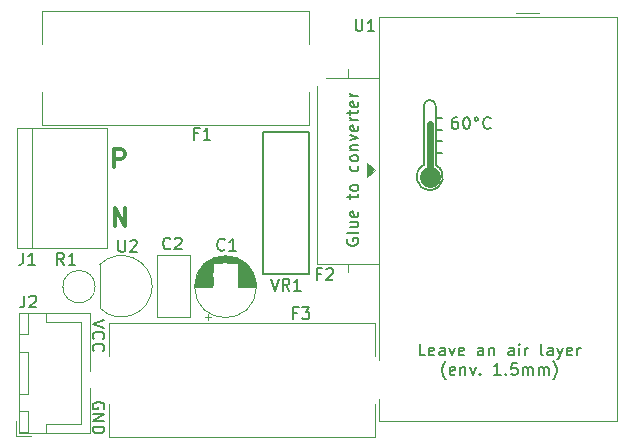
<source format=gto>
%TF.GenerationSoftware,KiCad,Pcbnew,5.1.2-f72e74a~84~ubuntu18.04.1*%
%TF.CreationDate,2019-07-23T18:47:29+02:00*%
%TF.ProjectId,InWall-ACDC,496e5761-6c6c-42d4-9143-44432e6b6963,1.0*%
%TF.SameCoordinates,Original*%
%TF.FileFunction,Legend,Top*%
%TF.FilePolarity,Positive*%
%FSLAX46Y46*%
G04 Gerber Fmt 4.6, Leading zero omitted, Abs format (unit mm)*
G04 Created by KiCad (PCBNEW 5.1.2-f72e74a~84~ubuntu18.04.1) date 2019-07-23 18:47:29*
%MOMM*%
%LPD*%
G04 APERTURE LIST*
%ADD10C,0.150000*%
%ADD11C,0.600000*%
%ADD12C,1.800000*%
%ADD13C,0.300000*%
%ADD14C,0.100000*%
%ADD15C,0.120000*%
%ADD16C,1.400000*%
%ADD17C,3.100000*%
%ADD18C,2.000000*%
%ADD19R,2.000000X2.000000*%
%ADD20C,2.700000*%
%ADD21R,2.400000X2.700000*%
%ADD22R,1.900000X1.450000*%
%ADD23O,1.900000X1.450000*%
%ADD24O,2.000000X2.000000*%
%ADD25O,2.350000X2.100000*%
%ADD26C,2.100000*%
%ADD27C,2.200000*%
%ADD28C,3.400000*%
%ADD29R,3.400000X3.400000*%
G04 APERTURE END LIST*
D10*
X199333333Y-57952380D02*
X199142857Y-57952380D01*
X199047619Y-58000000D01*
X199000000Y-58047619D01*
X198904761Y-58190476D01*
X198857142Y-58380952D01*
X198857142Y-58761904D01*
X198904761Y-58857142D01*
X198952380Y-58904761D01*
X199047619Y-58952380D01*
X199238095Y-58952380D01*
X199333333Y-58904761D01*
X199380952Y-58857142D01*
X199428571Y-58761904D01*
X199428571Y-58523809D01*
X199380952Y-58428571D01*
X199333333Y-58380952D01*
X199238095Y-58333333D01*
X199047619Y-58333333D01*
X198952380Y-58380952D01*
X198904761Y-58428571D01*
X198857142Y-58523809D01*
X200047619Y-57952380D02*
X200142857Y-57952380D01*
X200238095Y-58000000D01*
X200285714Y-58047619D01*
X200333333Y-58142857D01*
X200380952Y-58333333D01*
X200380952Y-58571428D01*
X200333333Y-58761904D01*
X200285714Y-58857142D01*
X200238095Y-58904761D01*
X200142857Y-58952380D01*
X200047619Y-58952380D01*
X199952380Y-58904761D01*
X199904761Y-58857142D01*
X199857142Y-58761904D01*
X199809523Y-58571428D01*
X199809523Y-58333333D01*
X199857142Y-58142857D01*
X199904761Y-58047619D01*
X199952380Y-58000000D01*
X200047619Y-57952380D01*
X200952380Y-57952380D02*
X200857142Y-58000000D01*
X200809523Y-58095238D01*
X200857142Y-58190476D01*
X200952380Y-58238095D01*
X201047619Y-58190476D01*
X201095238Y-58095238D01*
X201047619Y-58000000D01*
X200952380Y-57952380D01*
X202142857Y-58857142D02*
X202095238Y-58904761D01*
X201952380Y-58952380D01*
X201857142Y-58952380D01*
X201714285Y-58904761D01*
X201619047Y-58809523D01*
X201571428Y-58714285D01*
X201523809Y-58523809D01*
X201523809Y-58380952D01*
X201571428Y-58190476D01*
X201619047Y-58095238D01*
X201714285Y-58000000D01*
X201857142Y-57952380D01*
X201952380Y-57952380D01*
X202095238Y-58000000D01*
X202142857Y-58047619D01*
X197500000Y-61000000D02*
X198000000Y-61000000D01*
X197500000Y-60000000D02*
X198000000Y-60000000D01*
X197500000Y-59000000D02*
X198000000Y-59000000D01*
X197500000Y-58000000D02*
X198000000Y-58000000D01*
D11*
X197000000Y-62500000D02*
X197000000Y-58500000D01*
D12*
X197000000Y-63000000D02*
G75*
G03X197000000Y-63000000I0J0D01*
G01*
D10*
X196500000Y-57000000D02*
G75*
G02X197500000Y-57000000I500000J0D01*
G01*
X196500000Y-62000000D02*
X196500000Y-57000000D01*
X197500000Y-62000000D02*
X197500000Y-57000000D01*
X197500000Y-62000000D02*
G75*
G02X196500000Y-62000000I-500000J-1000000D01*
G01*
D13*
X170371428Y-67178571D02*
X170371428Y-65678571D01*
X171228571Y-67178571D01*
X171228571Y-65678571D01*
X170307142Y-62178571D02*
X170307142Y-60678571D01*
X170878571Y-60678571D01*
X171021428Y-60750000D01*
X171092857Y-60821428D01*
X171164285Y-60964285D01*
X171164285Y-61178571D01*
X171092857Y-61321428D01*
X171021428Y-61392857D01*
X170878571Y-61464285D01*
X170307142Y-61464285D01*
D10*
X169400000Y-82638095D02*
X169447619Y-82542857D01*
X169447619Y-82400000D01*
X169400000Y-82257142D01*
X169304761Y-82161904D01*
X169209523Y-82114285D01*
X169019047Y-82066666D01*
X168876190Y-82066666D01*
X168685714Y-82114285D01*
X168590476Y-82161904D01*
X168495238Y-82257142D01*
X168447619Y-82400000D01*
X168447619Y-82495238D01*
X168495238Y-82638095D01*
X168542857Y-82685714D01*
X168876190Y-82685714D01*
X168876190Y-82495238D01*
X168447619Y-83114285D02*
X169447619Y-83114285D01*
X168447619Y-83685714D01*
X169447619Y-83685714D01*
X168447619Y-84161904D02*
X169447619Y-84161904D01*
X169447619Y-84400000D01*
X169400000Y-84542857D01*
X169304761Y-84638095D01*
X169209523Y-84685714D01*
X169019047Y-84733333D01*
X168876190Y-84733333D01*
X168685714Y-84685714D01*
X168590476Y-84638095D01*
X168495238Y-84542857D01*
X168447619Y-84400000D01*
X168447619Y-84161904D01*
X169447619Y-75166666D02*
X168447619Y-75500000D01*
X169447619Y-75833333D01*
X168542857Y-76738095D02*
X168495238Y-76690476D01*
X168447619Y-76547619D01*
X168447619Y-76452380D01*
X168495238Y-76309523D01*
X168590476Y-76214285D01*
X168685714Y-76166666D01*
X168876190Y-76119047D01*
X169019047Y-76119047D01*
X169209523Y-76166666D01*
X169304761Y-76214285D01*
X169400000Y-76309523D01*
X169447619Y-76452380D01*
X169447619Y-76547619D01*
X169400000Y-76690476D01*
X169352380Y-76738095D01*
X168542857Y-77738095D02*
X168495238Y-77690476D01*
X168447619Y-77547619D01*
X168447619Y-77452380D01*
X168495238Y-77309523D01*
X168590476Y-77214285D01*
X168685714Y-77166666D01*
X168876190Y-77119047D01*
X169019047Y-77119047D01*
X169209523Y-77166666D01*
X169304761Y-77214285D01*
X169400000Y-77309523D01*
X169447619Y-77452380D01*
X169447619Y-77547619D01*
X169400000Y-77690476D01*
X169352380Y-77738095D01*
D14*
G36*
X192400000Y-62400000D02*
G01*
X191700000Y-63000000D01*
X191700000Y-61800000D01*
X192400000Y-62400000D01*
G37*
X192400000Y-62400000D02*
X191700000Y-63000000D01*
X191700000Y-61800000D01*
X192400000Y-62400000D01*
D10*
X190000000Y-68257142D02*
X189952380Y-68352380D01*
X189952380Y-68495238D01*
X190000000Y-68638095D01*
X190095238Y-68733333D01*
X190190476Y-68780952D01*
X190380952Y-68828571D01*
X190523809Y-68828571D01*
X190714285Y-68780952D01*
X190809523Y-68733333D01*
X190904761Y-68638095D01*
X190952380Y-68495238D01*
X190952380Y-68400000D01*
X190904761Y-68257142D01*
X190857142Y-68209523D01*
X190523809Y-68209523D01*
X190523809Y-68400000D01*
X190952380Y-67638095D02*
X190904761Y-67733333D01*
X190809523Y-67780952D01*
X189952380Y-67780952D01*
X190285714Y-66828571D02*
X190952380Y-66828571D01*
X190285714Y-67257142D02*
X190809523Y-67257142D01*
X190904761Y-67209523D01*
X190952380Y-67114285D01*
X190952380Y-66971428D01*
X190904761Y-66876190D01*
X190857142Y-66828571D01*
X190904761Y-65971428D02*
X190952380Y-66066666D01*
X190952380Y-66257142D01*
X190904761Y-66352380D01*
X190809523Y-66400000D01*
X190428571Y-66400000D01*
X190333333Y-66352380D01*
X190285714Y-66257142D01*
X190285714Y-66066666D01*
X190333333Y-65971428D01*
X190428571Y-65923809D01*
X190523809Y-65923809D01*
X190619047Y-66400000D01*
X190285714Y-64876190D02*
X190285714Y-64495238D01*
X189952380Y-64733333D02*
X190809523Y-64733333D01*
X190904761Y-64685714D01*
X190952380Y-64590476D01*
X190952380Y-64495238D01*
X190952380Y-64019047D02*
X190904761Y-64114285D01*
X190857142Y-64161904D01*
X190761904Y-64209523D01*
X190476190Y-64209523D01*
X190380952Y-64161904D01*
X190333333Y-64114285D01*
X190285714Y-64019047D01*
X190285714Y-63876190D01*
X190333333Y-63780952D01*
X190380952Y-63733333D01*
X190476190Y-63685714D01*
X190761904Y-63685714D01*
X190857142Y-63733333D01*
X190904761Y-63780952D01*
X190952380Y-63876190D01*
X190952380Y-64019047D01*
X190904761Y-62066666D02*
X190952380Y-62161904D01*
X190952380Y-62352380D01*
X190904761Y-62447619D01*
X190857142Y-62495238D01*
X190761904Y-62542857D01*
X190476190Y-62542857D01*
X190380952Y-62495238D01*
X190333333Y-62447619D01*
X190285714Y-62352380D01*
X190285714Y-62161904D01*
X190333333Y-62066666D01*
X190952380Y-61495238D02*
X190904761Y-61590476D01*
X190857142Y-61638095D01*
X190761904Y-61685714D01*
X190476190Y-61685714D01*
X190380952Y-61638095D01*
X190333333Y-61590476D01*
X190285714Y-61495238D01*
X190285714Y-61352380D01*
X190333333Y-61257142D01*
X190380952Y-61209523D01*
X190476190Y-61161904D01*
X190761904Y-61161904D01*
X190857142Y-61209523D01*
X190904761Y-61257142D01*
X190952380Y-61352380D01*
X190952380Y-61495238D01*
X190285714Y-60733333D02*
X190952380Y-60733333D01*
X190380952Y-60733333D02*
X190333333Y-60685714D01*
X190285714Y-60590476D01*
X190285714Y-60447619D01*
X190333333Y-60352380D01*
X190428571Y-60304761D01*
X190952380Y-60304761D01*
X190285714Y-59923809D02*
X190952380Y-59685714D01*
X190285714Y-59447619D01*
X190904761Y-58685714D02*
X190952380Y-58780952D01*
X190952380Y-58971428D01*
X190904761Y-59066666D01*
X190809523Y-59114285D01*
X190428571Y-59114285D01*
X190333333Y-59066666D01*
X190285714Y-58971428D01*
X190285714Y-58780952D01*
X190333333Y-58685714D01*
X190428571Y-58638095D01*
X190523809Y-58638095D01*
X190619047Y-59114285D01*
X190952380Y-58209523D02*
X190285714Y-58209523D01*
X190476190Y-58209523D02*
X190380952Y-58161904D01*
X190333333Y-58114285D01*
X190285714Y-58019047D01*
X190285714Y-57923809D01*
X190285714Y-57733333D02*
X190285714Y-57352380D01*
X189952380Y-57590476D02*
X190809523Y-57590476D01*
X190904761Y-57542857D01*
X190952380Y-57447619D01*
X190952380Y-57352380D01*
X190904761Y-56638095D02*
X190952380Y-56733333D01*
X190952380Y-56923809D01*
X190904761Y-57019047D01*
X190809523Y-57066666D01*
X190428571Y-57066666D01*
X190333333Y-57019047D01*
X190285714Y-56923809D01*
X190285714Y-56733333D01*
X190333333Y-56638095D01*
X190428571Y-56590476D01*
X190523809Y-56590476D01*
X190619047Y-57066666D01*
X190952380Y-56161904D02*
X190285714Y-56161904D01*
X190476190Y-56161904D02*
X190380952Y-56114285D01*
X190333333Y-56066666D01*
X190285714Y-55971428D01*
X190285714Y-55876190D01*
X196638095Y-78127380D02*
X196161904Y-78127380D01*
X196161904Y-77127380D01*
X197352380Y-78079761D02*
X197257142Y-78127380D01*
X197066666Y-78127380D01*
X196971428Y-78079761D01*
X196923809Y-77984523D01*
X196923809Y-77603571D01*
X196971428Y-77508333D01*
X197066666Y-77460714D01*
X197257142Y-77460714D01*
X197352380Y-77508333D01*
X197400000Y-77603571D01*
X197400000Y-77698809D01*
X196923809Y-77794047D01*
X198257142Y-78127380D02*
X198257142Y-77603571D01*
X198209523Y-77508333D01*
X198114285Y-77460714D01*
X197923809Y-77460714D01*
X197828571Y-77508333D01*
X198257142Y-78079761D02*
X198161904Y-78127380D01*
X197923809Y-78127380D01*
X197828571Y-78079761D01*
X197780952Y-77984523D01*
X197780952Y-77889285D01*
X197828571Y-77794047D01*
X197923809Y-77746428D01*
X198161904Y-77746428D01*
X198257142Y-77698809D01*
X198638095Y-77460714D02*
X198876190Y-78127380D01*
X199114285Y-77460714D01*
X199876190Y-78079761D02*
X199780952Y-78127380D01*
X199590476Y-78127380D01*
X199495238Y-78079761D01*
X199447619Y-77984523D01*
X199447619Y-77603571D01*
X199495238Y-77508333D01*
X199590476Y-77460714D01*
X199780952Y-77460714D01*
X199876190Y-77508333D01*
X199923809Y-77603571D01*
X199923809Y-77698809D01*
X199447619Y-77794047D01*
X201542857Y-78127380D02*
X201542857Y-77603571D01*
X201495238Y-77508333D01*
X201400000Y-77460714D01*
X201209523Y-77460714D01*
X201114285Y-77508333D01*
X201542857Y-78079761D02*
X201447619Y-78127380D01*
X201209523Y-78127380D01*
X201114285Y-78079761D01*
X201066666Y-77984523D01*
X201066666Y-77889285D01*
X201114285Y-77794047D01*
X201209523Y-77746428D01*
X201447619Y-77746428D01*
X201542857Y-77698809D01*
X202019047Y-77460714D02*
X202019047Y-78127380D01*
X202019047Y-77555952D02*
X202066666Y-77508333D01*
X202161904Y-77460714D01*
X202304761Y-77460714D01*
X202400000Y-77508333D01*
X202447619Y-77603571D01*
X202447619Y-78127380D01*
X204114285Y-78127380D02*
X204114285Y-77603571D01*
X204066666Y-77508333D01*
X203971428Y-77460714D01*
X203780952Y-77460714D01*
X203685714Y-77508333D01*
X204114285Y-78079761D02*
X204019047Y-78127380D01*
X203780952Y-78127380D01*
X203685714Y-78079761D01*
X203638095Y-77984523D01*
X203638095Y-77889285D01*
X203685714Y-77794047D01*
X203780952Y-77746428D01*
X204019047Y-77746428D01*
X204114285Y-77698809D01*
X204590476Y-78127380D02*
X204590476Y-77460714D01*
X204590476Y-77127380D02*
X204542857Y-77175000D01*
X204590476Y-77222619D01*
X204638095Y-77175000D01*
X204590476Y-77127380D01*
X204590476Y-77222619D01*
X205066666Y-78127380D02*
X205066666Y-77460714D01*
X205066666Y-77651190D02*
X205114285Y-77555952D01*
X205161904Y-77508333D01*
X205257142Y-77460714D01*
X205352380Y-77460714D01*
X206590476Y-78127380D02*
X206495238Y-78079761D01*
X206447619Y-77984523D01*
X206447619Y-77127380D01*
X207400000Y-78127380D02*
X207400000Y-77603571D01*
X207352380Y-77508333D01*
X207257142Y-77460714D01*
X207066666Y-77460714D01*
X206971428Y-77508333D01*
X207400000Y-78079761D02*
X207304761Y-78127380D01*
X207066666Y-78127380D01*
X206971428Y-78079761D01*
X206923809Y-77984523D01*
X206923809Y-77889285D01*
X206971428Y-77794047D01*
X207066666Y-77746428D01*
X207304761Y-77746428D01*
X207400000Y-77698809D01*
X207780952Y-77460714D02*
X208019047Y-78127380D01*
X208257142Y-77460714D02*
X208019047Y-78127380D01*
X207923809Y-78365476D01*
X207876190Y-78413095D01*
X207780952Y-78460714D01*
X209019047Y-78079761D02*
X208923809Y-78127380D01*
X208733333Y-78127380D01*
X208638095Y-78079761D01*
X208590476Y-77984523D01*
X208590476Y-77603571D01*
X208638095Y-77508333D01*
X208733333Y-77460714D01*
X208923809Y-77460714D01*
X209019047Y-77508333D01*
X209066666Y-77603571D01*
X209066666Y-77698809D01*
X208590476Y-77794047D01*
X209495238Y-78127380D02*
X209495238Y-77460714D01*
X209495238Y-77651190D02*
X209542857Y-77555952D01*
X209590476Y-77508333D01*
X209685714Y-77460714D01*
X209780952Y-77460714D01*
X198352380Y-80158333D02*
X198304761Y-80110714D01*
X198209523Y-79967857D01*
X198161904Y-79872619D01*
X198114285Y-79729761D01*
X198066666Y-79491666D01*
X198066666Y-79301190D01*
X198114285Y-79063095D01*
X198161904Y-78920238D01*
X198209523Y-78825000D01*
X198304761Y-78682142D01*
X198352380Y-78634523D01*
X199114285Y-79729761D02*
X199019047Y-79777380D01*
X198828571Y-79777380D01*
X198733333Y-79729761D01*
X198685714Y-79634523D01*
X198685714Y-79253571D01*
X198733333Y-79158333D01*
X198828571Y-79110714D01*
X199019047Y-79110714D01*
X199114285Y-79158333D01*
X199161904Y-79253571D01*
X199161904Y-79348809D01*
X198685714Y-79444047D01*
X199590476Y-79110714D02*
X199590476Y-79777380D01*
X199590476Y-79205952D02*
X199638095Y-79158333D01*
X199733333Y-79110714D01*
X199876190Y-79110714D01*
X199971428Y-79158333D01*
X200019047Y-79253571D01*
X200019047Y-79777380D01*
X200400000Y-79110714D02*
X200638095Y-79777380D01*
X200876190Y-79110714D01*
X201257142Y-79682142D02*
X201304761Y-79729761D01*
X201257142Y-79777380D01*
X201209523Y-79729761D01*
X201257142Y-79682142D01*
X201257142Y-79777380D01*
X203019047Y-79777380D02*
X202447619Y-79777380D01*
X202733333Y-79777380D02*
X202733333Y-78777380D01*
X202638095Y-78920238D01*
X202542857Y-79015476D01*
X202447619Y-79063095D01*
X203447619Y-79682142D02*
X203495238Y-79729761D01*
X203447619Y-79777380D01*
X203400000Y-79729761D01*
X203447619Y-79682142D01*
X203447619Y-79777380D01*
X204400000Y-78777380D02*
X203923809Y-78777380D01*
X203876190Y-79253571D01*
X203923809Y-79205952D01*
X204019047Y-79158333D01*
X204257142Y-79158333D01*
X204352380Y-79205952D01*
X204400000Y-79253571D01*
X204447619Y-79348809D01*
X204447619Y-79586904D01*
X204400000Y-79682142D01*
X204352380Y-79729761D01*
X204257142Y-79777380D01*
X204019047Y-79777380D01*
X203923809Y-79729761D01*
X203876190Y-79682142D01*
X204876190Y-79777380D02*
X204876190Y-79110714D01*
X204876190Y-79205952D02*
X204923809Y-79158333D01*
X205019047Y-79110714D01*
X205161904Y-79110714D01*
X205257142Y-79158333D01*
X205304761Y-79253571D01*
X205304761Y-79777380D01*
X205304761Y-79253571D02*
X205352380Y-79158333D01*
X205447619Y-79110714D01*
X205590476Y-79110714D01*
X205685714Y-79158333D01*
X205733333Y-79253571D01*
X205733333Y-79777380D01*
X206209523Y-79777380D02*
X206209523Y-79110714D01*
X206209523Y-79205952D02*
X206257142Y-79158333D01*
X206352380Y-79110714D01*
X206495238Y-79110714D01*
X206590476Y-79158333D01*
X206638095Y-79253571D01*
X206638095Y-79777380D01*
X206638095Y-79253571D02*
X206685714Y-79158333D01*
X206780952Y-79110714D01*
X206923809Y-79110714D01*
X207019047Y-79158333D01*
X207066666Y-79253571D01*
X207066666Y-79777380D01*
X207447619Y-80158333D02*
X207495238Y-80110714D01*
X207590476Y-79967857D01*
X207638095Y-79872619D01*
X207685714Y-79729761D01*
X207733333Y-79491666D01*
X207733333Y-79301190D01*
X207685714Y-79063095D01*
X207638095Y-78920238D01*
X207590476Y-78825000D01*
X207495238Y-78682142D01*
X207447619Y-78634523D01*
D15*
X177975000Y-74854775D02*
X178475000Y-74854775D01*
X178225000Y-75104775D02*
X178225000Y-74604775D01*
X179416000Y-69699000D02*
X179984000Y-69699000D01*
X179182000Y-69739000D02*
X180218000Y-69739000D01*
X179023000Y-69779000D02*
X180377000Y-69779000D01*
X178895000Y-69819000D02*
X180505000Y-69819000D01*
X178785000Y-69859000D02*
X180615000Y-69859000D01*
X178689000Y-69899000D02*
X180711000Y-69899000D01*
X178602000Y-69939000D02*
X180798000Y-69939000D01*
X178522000Y-69979000D02*
X180878000Y-69979000D01*
X178449000Y-70019000D02*
X180951000Y-70019000D01*
X178381000Y-70059000D02*
X181019000Y-70059000D01*
X178317000Y-70099000D02*
X181083000Y-70099000D01*
X178257000Y-70139000D02*
X181143000Y-70139000D01*
X178200000Y-70179000D02*
X181200000Y-70179000D01*
X178146000Y-70219000D02*
X181254000Y-70219000D01*
X178095000Y-70259000D02*
X181305000Y-70259000D01*
X180740000Y-70299000D02*
X181353000Y-70299000D01*
X178047000Y-70299000D02*
X178660000Y-70299000D01*
X180740000Y-70339000D02*
X181399000Y-70339000D01*
X178001000Y-70339000D02*
X178660000Y-70339000D01*
X180740000Y-70379000D02*
X181443000Y-70379000D01*
X177957000Y-70379000D02*
X178660000Y-70379000D01*
X180740000Y-70419000D02*
X181485000Y-70419000D01*
X177915000Y-70419000D02*
X178660000Y-70419000D01*
X180740000Y-70459000D02*
X181526000Y-70459000D01*
X177874000Y-70459000D02*
X178660000Y-70459000D01*
X180740000Y-70499000D02*
X181564000Y-70499000D01*
X177836000Y-70499000D02*
X178660000Y-70499000D01*
X180740000Y-70539000D02*
X181601000Y-70539000D01*
X177799000Y-70539000D02*
X178660000Y-70539000D01*
X180740000Y-70579000D02*
X181637000Y-70579000D01*
X177763000Y-70579000D02*
X178660000Y-70579000D01*
X180740000Y-70619000D02*
X181671000Y-70619000D01*
X177729000Y-70619000D02*
X178660000Y-70619000D01*
X180740000Y-70659000D02*
X181704000Y-70659000D01*
X177696000Y-70659000D02*
X178660000Y-70659000D01*
X180740000Y-70699000D02*
X181735000Y-70699000D01*
X177665000Y-70699000D02*
X178660000Y-70699000D01*
X180740000Y-70739000D02*
X181765000Y-70739000D01*
X177635000Y-70739000D02*
X178660000Y-70739000D01*
X180740000Y-70779000D02*
X181795000Y-70779000D01*
X177605000Y-70779000D02*
X178660000Y-70779000D01*
X180740000Y-70819000D02*
X181822000Y-70819000D01*
X177578000Y-70819000D02*
X178660000Y-70819000D01*
X180740000Y-70859000D02*
X181849000Y-70859000D01*
X177551000Y-70859000D02*
X178660000Y-70859000D01*
X180740000Y-70899000D02*
X181875000Y-70899000D01*
X177525000Y-70899000D02*
X178660000Y-70899000D01*
X180740000Y-70939000D02*
X181900000Y-70939000D01*
X177500000Y-70939000D02*
X178660000Y-70939000D01*
X180740000Y-70979000D02*
X181924000Y-70979000D01*
X177476000Y-70979000D02*
X178660000Y-70979000D01*
X180740000Y-71019000D02*
X181947000Y-71019000D01*
X177453000Y-71019000D02*
X178660000Y-71019000D01*
X180740000Y-71059000D02*
X181968000Y-71059000D01*
X177432000Y-71059000D02*
X178660000Y-71059000D01*
X180740000Y-71099000D02*
X181990000Y-71099000D01*
X177410000Y-71099000D02*
X178660000Y-71099000D01*
X180740000Y-71139000D02*
X182010000Y-71139000D01*
X177390000Y-71139000D02*
X178660000Y-71139000D01*
X180740000Y-71179000D02*
X182029000Y-71179000D01*
X177371000Y-71179000D02*
X178660000Y-71179000D01*
X180740000Y-71219000D02*
X182048000Y-71219000D01*
X177352000Y-71219000D02*
X178660000Y-71219000D01*
X180740000Y-71259000D02*
X182065000Y-71259000D01*
X177335000Y-71259000D02*
X178660000Y-71259000D01*
X180740000Y-71299000D02*
X182082000Y-71299000D01*
X177318000Y-71299000D02*
X178660000Y-71299000D01*
X180740000Y-71339000D02*
X182098000Y-71339000D01*
X177302000Y-71339000D02*
X178660000Y-71339000D01*
X180740000Y-71379000D02*
X182114000Y-71379000D01*
X177286000Y-71379000D02*
X178660000Y-71379000D01*
X180740000Y-71419000D02*
X182128000Y-71419000D01*
X177272000Y-71419000D02*
X178660000Y-71419000D01*
X180740000Y-71459000D02*
X182142000Y-71459000D01*
X177258000Y-71459000D02*
X178660000Y-71459000D01*
X180740000Y-71499000D02*
X182155000Y-71499000D01*
X177245000Y-71499000D02*
X178660000Y-71499000D01*
X180740000Y-71539000D02*
X182168000Y-71539000D01*
X177232000Y-71539000D02*
X178660000Y-71539000D01*
X180740000Y-71579000D02*
X182180000Y-71579000D01*
X177220000Y-71579000D02*
X178660000Y-71579000D01*
X180740000Y-71620000D02*
X182191000Y-71620000D01*
X177209000Y-71620000D02*
X178660000Y-71620000D01*
X180740000Y-71660000D02*
X182201000Y-71660000D01*
X177199000Y-71660000D02*
X178660000Y-71660000D01*
X180740000Y-71700000D02*
X182211000Y-71700000D01*
X177189000Y-71700000D02*
X178660000Y-71700000D01*
X180740000Y-71740000D02*
X182220000Y-71740000D01*
X177180000Y-71740000D02*
X178660000Y-71740000D01*
X180740000Y-71780000D02*
X182228000Y-71780000D01*
X177172000Y-71780000D02*
X178660000Y-71780000D01*
X180740000Y-71820000D02*
X182236000Y-71820000D01*
X177164000Y-71820000D02*
X178660000Y-71820000D01*
X180740000Y-71860000D02*
X182243000Y-71860000D01*
X177157000Y-71860000D02*
X178660000Y-71860000D01*
X180740000Y-71900000D02*
X182250000Y-71900000D01*
X177150000Y-71900000D02*
X178660000Y-71900000D01*
X180740000Y-71940000D02*
X182256000Y-71940000D01*
X177144000Y-71940000D02*
X178660000Y-71940000D01*
X180740000Y-71980000D02*
X182261000Y-71980000D01*
X177139000Y-71980000D02*
X178660000Y-71980000D01*
X180740000Y-72020000D02*
X182265000Y-72020000D01*
X177135000Y-72020000D02*
X178660000Y-72020000D01*
X180740000Y-72060000D02*
X182269000Y-72060000D01*
X177131000Y-72060000D02*
X178660000Y-72060000D01*
X180740000Y-72100000D02*
X182273000Y-72100000D01*
X177127000Y-72100000D02*
X178660000Y-72100000D01*
X180740000Y-72140000D02*
X182276000Y-72140000D01*
X177124000Y-72140000D02*
X178660000Y-72140000D01*
X180740000Y-72180000D02*
X182278000Y-72180000D01*
X177122000Y-72180000D02*
X178660000Y-72180000D01*
X180740000Y-72220000D02*
X182279000Y-72220000D01*
X177121000Y-72220000D02*
X178660000Y-72220000D01*
X177120000Y-72260000D02*
X178660000Y-72260000D01*
X180740000Y-72260000D02*
X182280000Y-72260000D01*
X177120000Y-72300000D02*
X178660000Y-72300000D01*
X180740000Y-72300000D02*
X182280000Y-72300000D01*
X182320000Y-72300000D02*
G75*
G03X182320000Y-72300000I-2620000J0D01*
G01*
X206290000Y-49120000D02*
X204280000Y-49120000D01*
X212890000Y-83710000D02*
X212890000Y-49510000D01*
X192690000Y-83710000D02*
X212890000Y-83710000D01*
X192690000Y-49510000D02*
X192690000Y-83710000D01*
X212890000Y-49510000D02*
X192690000Y-49510000D01*
X169061522Y-74108478D02*
G75*
G03X173500000Y-72270000I1838478J1838478D01*
G01*
X169061522Y-70431522D02*
G75*
G02X173500000Y-72270000I1838478J-1838478D01*
G01*
X169050000Y-70470000D02*
X169050000Y-74070000D01*
X165930000Y-72300000D02*
X165860000Y-72300000D01*
X168670000Y-72300000D02*
G75*
G03X168670000Y-72300000I-1370000J0D01*
G01*
X161950000Y-84950000D02*
X163200000Y-84950000D01*
X161950000Y-83700000D02*
X161950000Y-84950000D01*
X167450000Y-75300000D02*
X167450000Y-79600000D01*
X164500000Y-75300000D02*
X167450000Y-75300000D01*
X164500000Y-74550000D02*
X164500000Y-75300000D01*
X167450000Y-83900000D02*
X167450000Y-79600000D01*
X164500000Y-83900000D02*
X167450000Y-83900000D01*
X164500000Y-84650000D02*
X164500000Y-83900000D01*
X162250000Y-74550000D02*
X162250000Y-76350000D01*
X163000000Y-74550000D02*
X162250000Y-74550000D01*
X163000000Y-76350000D02*
X163000000Y-74550000D01*
X162250000Y-76350000D02*
X163000000Y-76350000D01*
X162250000Y-82850000D02*
X162250000Y-84650000D01*
X163000000Y-82850000D02*
X162250000Y-82850000D01*
X163000000Y-84650000D02*
X163000000Y-82850000D01*
X162250000Y-84650000D02*
X163000000Y-84650000D01*
X162250000Y-77850000D02*
X162250000Y-81350000D01*
X163000000Y-77850000D02*
X162250000Y-77850000D01*
X163000000Y-81350000D02*
X163000000Y-77850000D01*
X162250000Y-81350000D02*
X163000000Y-81350000D01*
X162240000Y-74540000D02*
X162240000Y-84660000D01*
X168210000Y-74540000D02*
X162240000Y-74540000D01*
X168210000Y-84660000D02*
X168210000Y-74540000D01*
X162240000Y-84660000D02*
X168210000Y-84660000D01*
X190100000Y-53820000D02*
X190100000Y-54670000D01*
X190100000Y-71260000D02*
X190100000Y-70410000D01*
X187480000Y-54670000D02*
X187480000Y-70410000D01*
X192720000Y-54670000D02*
X187480000Y-54670000D01*
X192720000Y-70410000D02*
X192720000Y-54670000D01*
X187480000Y-70410000D02*
X192720000Y-70410000D01*
D10*
X182850000Y-71250000D02*
X186750000Y-71250000D01*
X182850000Y-59250000D02*
X186750000Y-59250000D01*
X182850000Y-71250000D02*
X182850000Y-59250000D01*
X186750000Y-71250000D02*
X186750000Y-59250000D01*
D15*
X162090000Y-58860000D02*
X162090000Y-69020000D01*
X169710000Y-58860000D02*
X162090000Y-58860000D01*
X169710000Y-69020000D02*
X169710000Y-58860000D01*
X162090000Y-69020000D02*
X169710000Y-69020000D01*
X163360000Y-69020000D02*
X163360000Y-58860000D01*
X169800000Y-85000000D02*
X169800000Y-82200000D01*
X169800000Y-85000000D02*
X192400000Y-85000000D01*
X169800000Y-75400000D02*
X192400000Y-75400000D01*
X169800000Y-78200000D02*
X169800000Y-75400000D01*
X192400000Y-78200000D02*
X192400000Y-75400000D01*
X192400000Y-85000000D02*
X192400000Y-82200000D01*
X186800000Y-49000000D02*
X186800000Y-51800000D01*
X186800000Y-49000000D02*
X164200000Y-49000000D01*
X186800000Y-58600000D02*
X164200000Y-58600000D01*
X186800000Y-55800000D02*
X186800000Y-58600000D01*
X164200000Y-55800000D02*
X164200000Y-58600000D01*
X164200000Y-49000000D02*
X164200000Y-51800000D01*
X173930000Y-69630000D02*
X176670000Y-69630000D01*
X173930000Y-74870000D02*
X176670000Y-74870000D01*
X176670000Y-74870000D02*
X176670000Y-69630000D01*
X173930000Y-74870000D02*
X173930000Y-69630000D01*
D10*
X179633333Y-69157142D02*
X179585714Y-69204761D01*
X179442857Y-69252380D01*
X179347619Y-69252380D01*
X179204761Y-69204761D01*
X179109523Y-69109523D01*
X179061904Y-69014285D01*
X179014285Y-68823809D01*
X179014285Y-68680952D01*
X179061904Y-68490476D01*
X179109523Y-68395238D01*
X179204761Y-68300000D01*
X179347619Y-68252380D01*
X179442857Y-68252380D01*
X179585714Y-68300000D01*
X179633333Y-68347619D01*
X180585714Y-69252380D02*
X180014285Y-69252380D01*
X180300000Y-69252380D02*
X180300000Y-68252380D01*
X180204761Y-68395238D01*
X180109523Y-68490476D01*
X180014285Y-68538095D01*
X190728095Y-49662380D02*
X190728095Y-50471904D01*
X190775714Y-50567142D01*
X190823333Y-50614761D01*
X190918571Y-50662380D01*
X191109047Y-50662380D01*
X191204285Y-50614761D01*
X191251904Y-50567142D01*
X191299523Y-50471904D01*
X191299523Y-49662380D01*
X192299523Y-50662380D02*
X191728095Y-50662380D01*
X192013809Y-50662380D02*
X192013809Y-49662380D01*
X191918571Y-49805238D01*
X191823333Y-49900476D01*
X191728095Y-49948095D01*
X170638095Y-68352380D02*
X170638095Y-69161904D01*
X170685714Y-69257142D01*
X170733333Y-69304761D01*
X170828571Y-69352380D01*
X171019047Y-69352380D01*
X171114285Y-69304761D01*
X171161904Y-69257142D01*
X171209523Y-69161904D01*
X171209523Y-68352380D01*
X171638095Y-68447619D02*
X171685714Y-68400000D01*
X171780952Y-68352380D01*
X172019047Y-68352380D01*
X172114285Y-68400000D01*
X172161904Y-68447619D01*
X172209523Y-68542857D01*
X172209523Y-68638095D01*
X172161904Y-68780952D01*
X171590476Y-69352380D01*
X172209523Y-69352380D01*
X166033333Y-70452380D02*
X165700000Y-69976190D01*
X165461904Y-70452380D02*
X165461904Y-69452380D01*
X165842857Y-69452380D01*
X165938095Y-69500000D01*
X165985714Y-69547619D01*
X166033333Y-69642857D01*
X166033333Y-69785714D01*
X165985714Y-69880952D01*
X165938095Y-69928571D01*
X165842857Y-69976190D01*
X165461904Y-69976190D01*
X166985714Y-70452380D02*
X166414285Y-70452380D01*
X166700000Y-70452380D02*
X166700000Y-69452380D01*
X166604761Y-69595238D01*
X166509523Y-69690476D01*
X166414285Y-69738095D01*
X162666666Y-73052380D02*
X162666666Y-73766666D01*
X162619047Y-73909523D01*
X162523809Y-74004761D01*
X162380952Y-74052380D01*
X162285714Y-74052380D01*
X163095238Y-73147619D02*
X163142857Y-73100000D01*
X163238095Y-73052380D01*
X163476190Y-73052380D01*
X163571428Y-73100000D01*
X163619047Y-73147619D01*
X163666666Y-73242857D01*
X163666666Y-73338095D01*
X163619047Y-73480952D01*
X163047619Y-74052380D01*
X163666666Y-74052380D01*
X187766666Y-71228571D02*
X187433333Y-71228571D01*
X187433333Y-71752380D02*
X187433333Y-70752380D01*
X187909523Y-70752380D01*
X188242857Y-70847619D02*
X188290476Y-70800000D01*
X188385714Y-70752380D01*
X188623809Y-70752380D01*
X188719047Y-70800000D01*
X188766666Y-70847619D01*
X188814285Y-70942857D01*
X188814285Y-71038095D01*
X188766666Y-71180952D01*
X188195238Y-71752380D01*
X188814285Y-71752380D01*
X183550476Y-71642380D02*
X183883809Y-72642380D01*
X184217142Y-71642380D01*
X185121904Y-72642380D02*
X184788571Y-72166190D01*
X184550476Y-72642380D02*
X184550476Y-71642380D01*
X184931428Y-71642380D01*
X185026666Y-71690000D01*
X185074285Y-71737619D01*
X185121904Y-71832857D01*
X185121904Y-71975714D01*
X185074285Y-72070952D01*
X185026666Y-72118571D01*
X184931428Y-72166190D01*
X184550476Y-72166190D01*
X186074285Y-72642380D02*
X185502857Y-72642380D01*
X185788571Y-72642380D02*
X185788571Y-71642380D01*
X185693333Y-71785238D01*
X185598095Y-71880476D01*
X185502857Y-71928095D01*
X162566666Y-69452380D02*
X162566666Y-70166666D01*
X162519047Y-70309523D01*
X162423809Y-70404761D01*
X162280952Y-70452380D01*
X162185714Y-70452380D01*
X163566666Y-70452380D02*
X162995238Y-70452380D01*
X163280952Y-70452380D02*
X163280952Y-69452380D01*
X163185714Y-69595238D01*
X163090476Y-69690476D01*
X162995238Y-69738095D01*
X185766666Y-74528571D02*
X185433333Y-74528571D01*
X185433333Y-75052380D02*
X185433333Y-74052380D01*
X185909523Y-74052380D01*
X186195238Y-74052380D02*
X186814285Y-74052380D01*
X186480952Y-74433333D01*
X186623809Y-74433333D01*
X186719047Y-74480952D01*
X186766666Y-74528571D01*
X186814285Y-74623809D01*
X186814285Y-74861904D01*
X186766666Y-74957142D01*
X186719047Y-75004761D01*
X186623809Y-75052380D01*
X186338095Y-75052380D01*
X186242857Y-75004761D01*
X186195238Y-74957142D01*
X177366666Y-59328571D02*
X177033333Y-59328571D01*
X177033333Y-59852380D02*
X177033333Y-58852380D01*
X177509523Y-58852380D01*
X178414285Y-59852380D02*
X177842857Y-59852380D01*
X178128571Y-59852380D02*
X178128571Y-58852380D01*
X178033333Y-58995238D01*
X177938095Y-59090476D01*
X177842857Y-59138095D01*
X175033333Y-69057142D02*
X174985714Y-69104761D01*
X174842857Y-69152380D01*
X174747619Y-69152380D01*
X174604761Y-69104761D01*
X174509523Y-69009523D01*
X174461904Y-68914285D01*
X174414285Y-68723809D01*
X174414285Y-68580952D01*
X174461904Y-68390476D01*
X174509523Y-68295238D01*
X174604761Y-68200000D01*
X174747619Y-68152380D01*
X174842857Y-68152380D01*
X174985714Y-68200000D01*
X175033333Y-68247619D01*
X175414285Y-68247619D02*
X175461904Y-68200000D01*
X175557142Y-68152380D01*
X175795238Y-68152380D01*
X175890476Y-68200000D01*
X175938095Y-68247619D01*
X175985714Y-68342857D01*
X175985714Y-68438095D01*
X175938095Y-68580952D01*
X175366666Y-69152380D01*
X175985714Y-69152380D01*
%LPC*%
D16*
X210000000Y-75000000D03*
X208000000Y-75000000D03*
X206000000Y-75000000D03*
X204000000Y-75000000D03*
X202000000Y-75000000D03*
X200000000Y-75000000D03*
X198000000Y-75000000D03*
X196000000Y-75000000D03*
X210000000Y-73000000D03*
X208000000Y-73000000D03*
X206000000Y-73000000D03*
X204000000Y-73000000D03*
X202000000Y-73000000D03*
X200000000Y-73000000D03*
X198000000Y-73000000D03*
X196000000Y-73000000D03*
X210000000Y-71000000D03*
X208000000Y-71000000D03*
X206000000Y-71000000D03*
X204000000Y-71000000D03*
X202000000Y-71000000D03*
X200000000Y-71000000D03*
X198000000Y-71000000D03*
X196000000Y-71000000D03*
X210000000Y-69000000D03*
X208000000Y-69000000D03*
X206000000Y-69000000D03*
X204000000Y-69000000D03*
X202000000Y-69000000D03*
X200000000Y-69000000D03*
X198000000Y-69000000D03*
X210000000Y-67000000D03*
X208000000Y-67000000D03*
X206000000Y-67000000D03*
X204000000Y-67000000D03*
X202000000Y-67000000D03*
X200000000Y-67000000D03*
X210000000Y-65000000D03*
X208000000Y-65000000D03*
X206000000Y-65000000D03*
X204000000Y-65000000D03*
X202000000Y-65000000D03*
X210000000Y-63000000D03*
X208000000Y-63000000D03*
X206000000Y-63000000D03*
X204000000Y-63000000D03*
X210000000Y-61000000D03*
X208000000Y-61000000D03*
X206000000Y-61000000D03*
X210000000Y-59000000D03*
X208000000Y-59000000D03*
D17*
X179000000Y-65000000D03*
D18*
X179700000Y-71300000D03*
D19*
X179700000Y-73300000D03*
D20*
X195090000Y-81310000D03*
X200290000Y-51910000D03*
D21*
X205290000Y-51910000D03*
D20*
X210490000Y-81310000D03*
D22*
X170900000Y-71000000D03*
D23*
X170900000Y-73540000D03*
X170900000Y-72270000D03*
D24*
X164760000Y-72300000D03*
D18*
X167300000Y-72300000D03*
D25*
X164700000Y-77100000D03*
X164700000Y-79600000D03*
D14*
G36*
X165596447Y-81051487D02*
G01*
X165626425Y-81055934D01*
X165655824Y-81063298D01*
X165684358Y-81073508D01*
X165711755Y-81086465D01*
X165737750Y-81102046D01*
X165762092Y-81120100D01*
X165784548Y-81140452D01*
X165804900Y-81162908D01*
X165822954Y-81187250D01*
X165838535Y-81213245D01*
X165851492Y-81240642D01*
X165861702Y-81269176D01*
X165869066Y-81298575D01*
X165873513Y-81328553D01*
X165875000Y-81358823D01*
X165875000Y-82841177D01*
X165873513Y-82871447D01*
X165869066Y-82901425D01*
X165861702Y-82930824D01*
X165851492Y-82959358D01*
X165838535Y-82986755D01*
X165822954Y-83012750D01*
X165804900Y-83037092D01*
X165784548Y-83059548D01*
X165762092Y-83079900D01*
X165737750Y-83097954D01*
X165711755Y-83113535D01*
X165684358Y-83126492D01*
X165655824Y-83136702D01*
X165626425Y-83144066D01*
X165596447Y-83148513D01*
X165566177Y-83150000D01*
X163833823Y-83150000D01*
X163803553Y-83148513D01*
X163773575Y-83144066D01*
X163744176Y-83136702D01*
X163715642Y-83126492D01*
X163688245Y-83113535D01*
X163662250Y-83097954D01*
X163637908Y-83079900D01*
X163615452Y-83059548D01*
X163595100Y-83037092D01*
X163577046Y-83012750D01*
X163561465Y-82986755D01*
X163548508Y-82959358D01*
X163538298Y-82930824D01*
X163530934Y-82901425D01*
X163526487Y-82871447D01*
X163525000Y-82841177D01*
X163525000Y-81358823D01*
X163526487Y-81328553D01*
X163530934Y-81298575D01*
X163538298Y-81269176D01*
X163548508Y-81240642D01*
X163561465Y-81213245D01*
X163577046Y-81187250D01*
X163595100Y-81162908D01*
X163615452Y-81140452D01*
X163637908Y-81120100D01*
X163662250Y-81102046D01*
X163688245Y-81086465D01*
X163715642Y-81073508D01*
X163744176Y-81063298D01*
X163773575Y-81055934D01*
X163803553Y-81051487D01*
X163833823Y-81050000D01*
X165566177Y-81050000D01*
X165596447Y-81051487D01*
X165596447Y-81051487D01*
G37*
D26*
X164700000Y-82100000D03*
D17*
X190100000Y-52380000D03*
X190100000Y-72700000D03*
D27*
X185500000Y-61500000D03*
X184100000Y-69000000D03*
D28*
X165900000Y-66480000D03*
D29*
X165900000Y-61400000D03*
D28*
X192400000Y-80200000D03*
X169800000Y-80200000D03*
X164200000Y-53800000D03*
X186800000Y-53800000D03*
D18*
X175300000Y-71000000D03*
X175300000Y-73500000D03*
M02*

</source>
